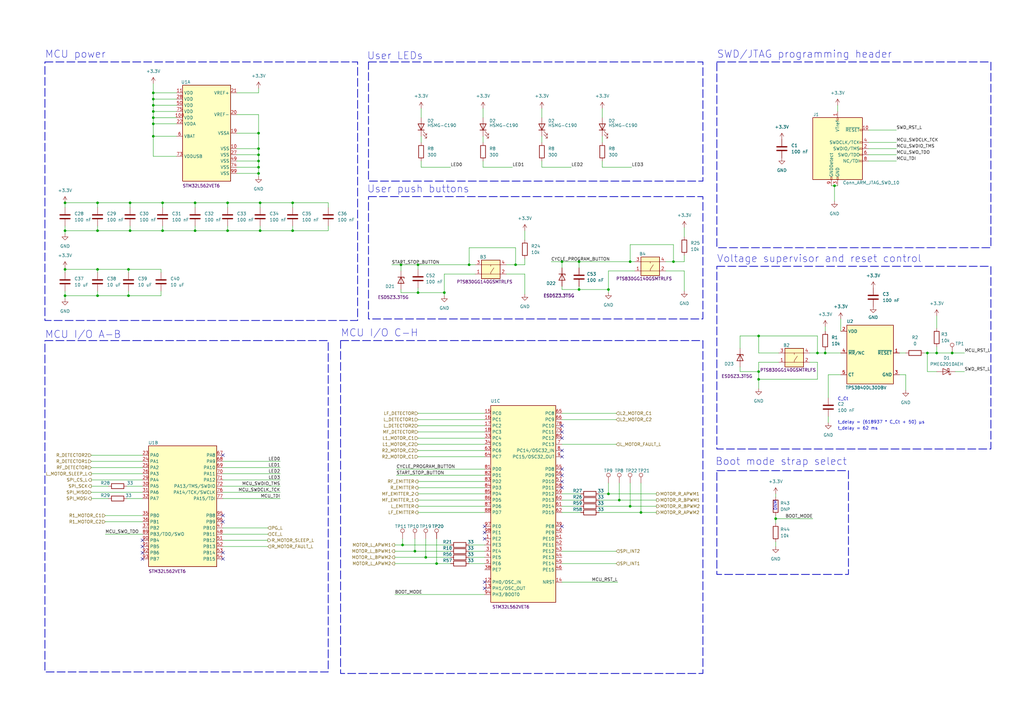
<source format=kicad_sch>
(kicad_sch (version 20230121) (generator eeschema)
  (paper "A3")
  (title_block (title "F-RAT") (date "2023-11-09") (rev "A") (company "Data Respons R&D Services") (comment 1 "Rat division") (comment 2 "Designer: Bendik Husa"))
  (junction (at 80.01 94.615))
  (junction (at 230.505 107.315))
  (junction (at 62.865 38.1))
  (junction (at 174.625 228.6))
  (junction (at 342.265 76.2))
  (junction (at 211.455 108.585))
  (junction (at 171.45 120.015))
  (junction (at 66.675 94.615))
  (junction (at 262.89 210.185))
  (junction (at 311.15 152.4))
  (junction (at 249.555 118.745))
  (junction (at 106.045 60.96))
  (junction (at 106.045 71.12))
  (junction (at 93.345 94.615))
  (junction (at 171.45 108.585))
  (junction (at 52.705 110.49))
  (junction (at 62.865 50.8))
  (junction (at 26.67 83.185))
  (junction (at 53.34 94.615))
  (junction (at 254 205.105))
  (junction (at 120.015 83.185))
  (junction (at 40.005 94.615))
  (junction (at 237.49 107.315))
  (junction (at 80.01 83.185))
  (junction (at 106.045 54.61))
  (junction (at 62.865 45.72))
  (junction (at 237.49 118.745))
  (junction (at 165.1 223.52))
  (junction (at 338.455 144.78))
  (junction (at 170.18 226.06))
  (junction (at 40.005 121.285))
  (junction (at 93.345 83.185))
  (junction (at 26.67 94.615))
  (junction (at 62.865 40.64))
  (junction (at 179.07 231.14))
  (junction (at 106.045 63.5))
  (junction (at 164.465 108.585))
  (junction (at 53.34 83.185))
  (junction (at 335.28 144.78))
  (junction (at 120.015 94.615))
  (junction (at 318.135 212.725))
  (junction (at 258.445 107.315))
  (junction (at 62.865 43.18))
  (junction (at 106.045 68.58))
  (junction (at 380.365 144.78))
  (junction (at 106.045 66.04))
  (junction (at 26.67 110.49))
  (junction (at 384.175 144.78))
  (junction (at 311.15 137.795))
  (junction (at 26.67 121.285))
  (junction (at 192.405 108.585))
  (junction (at 390.525 144.78))
  (junction (at 106.68 94.615))
  (junction (at 258.445 207.645))
  (junction (at 52.705 121.285))
  (junction (at 249.555 202.565))
  (junction (at 311.15 155.575))
  (junction (at 62.865 48.26))
  (junction (at 276.225 107.315))
  (junction (at 66.675 83.185))
  (junction (at 182.245 120.015))
  (junction (at 106.68 83.185))
  (junction (at 40.005 83.185))
  (junction (at 40.005 110.49))
  (junction (at 62.865 55.88))
  (no_connect (at 230.505 177.165))
  (no_connect (at 58.42 221.615))
  (no_connect (at 230.505 215.9))
  (no_connect (at 198.755 220.98))
  (no_connect (at 230.505 179.705))
  (no_connect (at 91.44 211.455))
  (no_connect (at 230.505 197.485))
  (no_connect (at 198.755 241.3))
  (no_connect (at 230.505 174.625))
  (no_connect (at 230.505 194.945))
  (no_connect (at 91.44 229.235))
  (no_connect (at 230.505 184.785))
  (no_connect (at 198.755 238.76))
  (no_connect (at 230.505 192.405))
  (no_connect (at 58.42 229.235))
  (no_connect (at 91.44 186.69))
  (no_connect (at 198.755 218.44))
  (no_connect (at 230.505 187.325))
  (no_connect (at 58.42 226.695))
  (no_connect (at 91.44 213.995))
  (no_connect (at 198.755 215.9))
  (no_connect (at 230.505 200.025))
  (no_connect (at 58.42 224.155))
  (no_connect (at 91.44 226.695))
  (wire (pts (xy 97.155 66.04) (xy 106.045 66.04)))
  (wire (pts (xy 318.135 222.25) (xy 318.135 224.155)))
  (wire (pts (xy 384.175 144.78) (xy 390.525 144.78)))
  (wire (pts (xy 207.645 108.585) (xy 211.455 108.585)))
  (wire (pts (xy 53.34 85.09) (xy 53.34 83.185)))
  (wire (pts (xy 338.455 143.51) (xy 338.455 144.78)))
  (wire (pts (xy 318.135 202.565) (xy 318.135 203.835)))
  (wire (pts (xy 62.865 40.64) (xy 62.865 43.18)))
  (wire (pts (xy 215.265 94.615) (xy 215.265 98.425)))
  (wire (pts (xy 91.44 189.23) (xy 114.935 189.23)))
  (wire (pts (xy 26.67 92.71) (xy 26.67 94.615)))
  (wire (pts (xy 356.235 63.5) (xy 367.665 63.5)))
  (wire (pts (xy 164.465 118.745) (xy 164.465 120.015)))
  (wire (pts (xy 93.345 83.185) (xy 80.01 83.185)))
  (wire (pts (xy 258.445 107.315) (xy 260.35 107.315)))
  (wire (pts (xy 198.12 68.58) (xy 210.185 68.58)))
  (wire (pts (xy 249.555 202.565) (xy 269.24 202.565)))
  (wire (pts (xy 249.555 118.745) (xy 249.555 120.015)))
  (wire (pts (xy 171.45 108.585) (xy 171.45 110.49)))
  (wire (pts (xy 198.12 66.04) (xy 198.12 68.58)))
  (wire (pts (xy 72.39 64.135) (xy 62.865 64.135)))
  (wire (pts (xy 311.15 148.59) (xy 319.405 148.59)))
  (wire (pts (xy 254 198.12) (xy 254 205.105)))
  (wire (pts (xy 230.505 107.315) (xy 230.505 109.855)))
  (wire (pts (xy 37.465 186.69) (xy 58.42 186.69)))
  (wire (pts (xy 335.28 144.78) (xy 338.455 144.78)))
  (wire (pts (xy 37.465 194.31) (xy 58.42 194.31)))
  (wire (pts (xy 311.15 152.4) (xy 311.15 155.575)))
  (wire (pts (xy 53.34 83.185) (xy 66.675 83.185)))
  (wire (pts (xy 253.365 238.76) (xy 230.505 238.76)))
  (wire (pts (xy 161.925 226.06) (xy 170.18 226.06)))
  (wire (pts (xy 62.865 45.72) (xy 62.865 48.26)))
  (wire (pts (xy 311.15 152.4) (xy 303.53 152.4)))
  (wire (pts (xy 171.45 169.545) (xy 198.755 169.545)))
  (wire (pts (xy 40.005 110.49) (xy 26.67 110.49)))
  (wire (pts (xy 106.68 85.09) (xy 106.68 83.185)))
  (wire (pts (xy 247.015 48.26) (xy 247.015 44.45)))
  (wire (pts (xy 26.67 121.285) (xy 26.67 122.555)))
  (wire (pts (xy 384.175 142.24) (xy 384.175 144.78)))
  (wire (pts (xy 237.49 117.475) (xy 237.49 118.745)))
  (wire (pts (xy 215.265 106.045) (xy 215.265 108.585)))
  (wire (pts (xy 262.89 210.185) (xy 269.24 210.185)))
  (wire (pts (xy 368.935 153.67) (xy 371.475 153.67)))
  (wire (pts (xy 237.49 118.745) (xy 249.555 118.745)))
  (wire (pts (xy 91.44 196.85) (xy 114.935 196.85)))
  (wire (pts (xy 26.67 94.615) (xy 40.005 94.615)))
  (wire (pts (xy 171.45 120.015) (xy 171.45 118.11)))
  (wire (pts (xy 384.175 129.54) (xy 384.175 134.62)))
  (wire (pts (xy 40.005 94.615) (xy 53.34 94.615)))
  (wire (pts (xy 342.265 82.55) (xy 342.265 76.2)))
  (wire (pts (xy 91.44 221.615) (xy 109.855 221.615)))
  (wire (pts (xy 53.34 92.71) (xy 53.34 94.615)))
  (wire (pts (xy 114.935 204.47) (xy 91.44 204.47)))
  (wire (pts (xy 134.62 83.185) (xy 120.015 83.185)))
  (wire (pts (xy 52.705 110.49) (xy 66.04 110.49)))
  (wire (pts (xy 198.12 55.88) (xy 198.12 58.42)))
  (wire (pts (xy 106.045 63.5) (xy 106.045 66.04)))
  (wire (pts (xy 97.155 71.12) (xy 106.045 71.12)))
  (wire (pts (xy 171.45 172.085) (xy 198.755 172.085)))
  (wire (pts (xy 114.935 199.39) (xy 91.44 199.39)))
  (wire (pts (xy 318.135 211.455) (xy 318.135 212.725)))
  (wire (pts (xy 230.505 226.06) (xy 252.73 226.06)))
  (wire (pts (xy 222.25 68.58) (xy 234.315 68.58)))
  (wire (pts (xy 62.865 45.72) (xy 72.39 45.72)))
  (wire (pts (xy 120.015 92.71) (xy 120.015 94.615)))
  (wire (pts (xy 311.15 148.59) (xy 311.15 152.4)))
  (wire (pts (xy 192.405 108.585) (xy 194.945 108.585)))
  (wire (pts (xy 26.67 94.615) (xy 26.67 95.885)))
  (wire (pts (xy 97.155 46.99) (xy 106.045 46.99)))
  (wire (pts (xy 245.745 202.565) (xy 249.555 202.565)))
  (wire (pts (xy 254 205.105) (xy 269.24 205.105)))
  (wire (pts (xy 62.865 64.135) (xy 62.865 55.88)))
  (wire (pts (xy 165.1 223.52) (xy 184.785 223.52)))
  (wire (pts (xy 72.39 48.26) (xy 62.865 48.26)))
  (wire (pts (xy 311.15 144.78) (xy 319.405 144.78)))
  (wire (pts (xy 356.235 66.04) (xy 367.665 66.04)))
  (wire (pts (xy 211.455 108.585) (xy 211.455 101.6)))
  (wire (pts (xy 171.45 202.565) (xy 198.755 202.565)))
  (wire (pts (xy 258.445 207.645) (xy 269.24 207.645)))
  (wire (pts (xy 62.865 38.1) (xy 72.39 38.1)))
  (wire (pts (xy 171.45 210.185) (xy 198.755 210.185)))
  (wire (pts (xy 91.44 194.31) (xy 114.935 194.31)))
  (wire (pts (xy 380.365 144.78) (xy 384.175 144.78)))
  (wire (pts (xy 343.535 43.18) (xy 343.535 45.72)))
  (wire (pts (xy 276.225 107.315) (xy 276.225 100.33)))
  (wire (pts (xy 379.095 144.78) (xy 380.365 144.78)))
  (wire (pts (xy 161.925 228.6) (xy 174.625 228.6)))
  (wire (pts (xy 344.805 135.89) (xy 344.805 130.81)))
  (wire (pts (xy 62.865 43.18) (xy 72.39 43.18)))
  (wire (pts (xy 91.44 219.075) (xy 109.855 219.075)))
  (wire (pts (xy 368.935 144.78) (xy 371.475 144.78)))
  (wire (pts (xy 179.07 220.98) (xy 179.07 231.14)))
  (wire (pts (xy 182.245 120.015) (xy 182.245 121.285)))
  (wire (pts (xy 342.265 76.2) (xy 343.535 76.2)))
  (wire (pts (xy 106.045 38.1) (xy 106.045 36.195)))
  (wire (pts (xy 43.18 219.075) (xy 58.42 219.075)))
  (wire (pts (xy 37.465 201.93) (xy 58.42 201.93)))
  (wire (pts (xy 171.45 205.105) (xy 198.755 205.105)))
  (wire (pts (xy 276.225 107.315) (xy 280.67 107.315)))
  (wire (pts (xy 62.865 38.1) (xy 62.865 34.29)))
  (wire (pts (xy 62.865 40.64) (xy 72.39 40.64)))
  (wire (pts (xy 339.725 170.815) (xy 339.725 173.355)))
  (wire (pts (xy 172.72 68.58) (xy 184.785 68.58)))
  (wire (pts (xy 226.06 107.315) (xy 230.505 107.315)))
  (wire (pts (xy 40.005 92.71) (xy 40.005 94.615)))
  (wire (pts (xy 26.67 83.185) (xy 26.67 85.09)))
  (wire (pts (xy 170.18 226.06) (xy 184.785 226.06)))
  (wire (pts (xy 303.53 137.795) (xy 311.15 137.795)))
  (wire (pts (xy 171.45 179.705) (xy 198.755 179.705)))
  (wire (pts (xy 245.745 205.105) (xy 254 205.105)))
  (wire (pts (xy 62.865 50.8) (xy 62.865 48.26)))
  (wire (pts (xy 230.505 117.475) (xy 230.505 118.745)))
  (wire (pts (xy 258.445 100.33) (xy 258.445 107.315)))
  (wire (pts (xy 37.465 189.23) (xy 58.42 189.23)))
  (wire (pts (xy 43.18 213.995) (xy 58.42 213.995)))
  (wire (pts (xy 162.56 192.405) (xy 198.755 192.405)))
  (wire (pts (xy 303.53 142.875) (xy 303.53 137.795)))
  (wire (pts (xy 120.015 83.185) (xy 106.68 83.185)))
  (wire (pts (xy 260.35 111.125) (xy 249.555 111.125)))
  (wire (pts (xy 53.34 94.615) (xy 66.675 94.615)))
  (wire (pts (xy 344.805 153.67) (xy 339.725 153.67)))
  (wire (pts (xy 247.015 66.04) (xy 247.015 68.58)))
  (wire (pts (xy 52.705 110.49) (xy 40.005 110.49)))
  (wire (pts (xy 230.505 172.085) (xy 252.73 172.085)))
  (wire (pts (xy 338.455 144.78) (xy 344.805 144.78)))
  (wire (pts (xy 40.005 111.76) (xy 40.005 110.49)))
  (wire (pts (xy 171.45 108.585) (xy 192.405 108.585)))
  (wire (pts (xy 215.265 112.395) (xy 207.645 112.395)))
  (wire (pts (xy 249.555 198.12) (xy 249.555 202.565)))
  (wire (pts (xy 390.525 144.78) (xy 395.605 144.78)))
  (wire (pts (xy 26.67 110.49) (xy 26.67 111.76)))
  (wire (pts (xy 171.45 184.785) (xy 198.755 184.785)))
  (wire (pts (xy 26.67 119.38) (xy 26.67 121.285)))
  (wire (pts (xy 43.18 211.455) (xy 58.42 211.455)))
  (wire (pts (xy 170.18 226.06) (xy 170.18 220.98)))
  (wire (pts (xy 93.345 85.09) (xy 93.345 83.185)))
  (wire (pts (xy 215.265 120.65) (xy 215.265 112.395)))
  (wire (pts (xy 395.605 152.4) (xy 391.795 152.4)))
  (wire (pts (xy 237.49 107.315) (xy 237.49 109.855)))
  (wire (pts (xy 311.15 144.78) (xy 311.15 137.795)))
  (wire (pts (xy 172.72 48.26) (xy 172.72 44.45)))
  (wire (pts (xy 318.135 212.725) (xy 318.135 214.63)))
  (wire (pts (xy 97.155 63.5) (xy 106.045 63.5)))
  (wire (pts (xy 66.04 111.76) (xy 66.04 110.49)))
  (wire (pts (xy 198.755 226.06) (xy 192.405 226.06)))
  (wire (pts (xy 106.045 54.61) (xy 106.045 60.96)))
  (wire (pts (xy 52.07 199.39) (xy 58.42 199.39)))
  (wire (pts (xy 245.745 210.185) (xy 262.89 210.185)))
  (wire (pts (xy 66.04 121.285) (xy 52.705 121.285)))
  (wire (pts (xy 93.345 92.71) (xy 93.345 94.615)))
  (wire (pts (xy 120.015 85.09) (xy 120.015 83.185)))
  (wire (pts (xy 276.225 100.33) (xy 258.445 100.33)))
  (wire (pts (xy 339.725 153.67) (xy 339.725 163.195)))
  (wire (pts (xy 247.015 68.58) (xy 259.08 68.58)))
  (wire (pts (xy 164.465 108.585) (xy 164.465 111.125)))
  (wire (pts (xy 356.235 58.42) (xy 367.665 58.42)))
  (wire (pts (xy 230.505 169.545) (xy 252.73 169.545)))
  (wire (pts (xy 106.68 83.185) (xy 93.345 83.185)))
  (wire (pts (xy 311.15 137.795) (xy 335.28 137.795)))
  (wire (pts (xy 106.68 94.615) (xy 93.345 94.615)))
  (wire (pts (xy 44.45 199.39) (xy 37.465 199.39)))
  (wire (pts (xy 172.72 66.04) (xy 172.72 68.58)))
  (wire (pts (xy 280.67 104.775) (xy 280.67 107.315)))
  (wire (pts (xy 26.67 83.185) (xy 40.005 83.185)))
  (wire (pts (xy 247.015 55.88) (xy 247.015 58.42)))
  (wire (pts (xy 179.07 231.14) (xy 184.785 231.14)))
  (wire (pts (xy 164.465 120.015) (xy 171.45 120.015)))
  (wire (pts (xy 52.705 119.38) (xy 52.705 121.285)))
  (wire (pts (xy 80.01 92.71) (xy 80.01 94.615)))
  (wire (pts (xy 52.705 111.76) (xy 52.705 110.49)))
  (wire (pts (xy 80.01 83.185) (xy 66.675 83.185)))
  (wire (pts (xy 211.455 101.6) (xy 192.405 101.6)))
  (wire (pts (xy 230.505 118.745) (xy 237.49 118.745)))
  (wire (pts (xy 91.44 224.155) (xy 109.855 224.155)))
  (wire (pts (xy 258.445 198.12) (xy 258.445 207.645)))
  (wire (pts (xy 161.925 223.52) (xy 165.1 223.52)))
  (wire (pts (xy 106.045 71.12) (xy 106.045 72.39)))
  (wire (pts (xy 134.62 85.09) (xy 134.62 83.185)))
  (wire (pts (xy 106.045 66.04) (xy 106.045 68.58)))
  (wire (pts (xy 172.72 55.88) (xy 172.72 58.42)))
  (wire (pts (xy 106.045 60.96) (xy 106.045 63.5)))
  (wire (pts (xy 52.705 121.285) (xy 40.005 121.285)))
  (wire (pts (xy 165.1 223.52) (xy 165.1 220.98)))
  (wire (pts (xy 211.455 108.585) (xy 215.265 108.585)))
  (wire (pts (xy 80.01 94.615) (xy 66.675 94.615)))
  (wire (pts (xy 80.01 85.09) (xy 80.01 83.185)))
  (wire (pts (xy 97.155 38.1) (xy 106.045 38.1)))
  (wire (pts (xy 198.12 48.26) (xy 198.12 44.45)))
  (wire (pts (xy 198.755 223.52) (xy 192.405 223.52)))
  (wire (pts (xy 40.005 119.38) (xy 40.005 121.285)))
  (wire (pts (xy 380.365 144.78) (xy 380.365 152.4)))
  (wire (pts (xy 245.745 207.645) (xy 258.445 207.645)))
  (wire (pts (xy 318.135 212.725) (xy 333.375 212.725)))
  (wire (pts (xy 40.005 121.285) (xy 26.67 121.285)))
  (wire (pts (xy 182.245 112.395) (xy 182.245 120.015)))
  (wire (pts (xy 72.39 55.88) (xy 62.865 55.88)))
  (wire (pts (xy 97.155 54.61) (xy 106.045 54.61)))
  (wire (pts (xy 62.865 43.18) (xy 62.865 45.72)))
  (wire (pts (xy 120.015 94.615) (xy 134.62 94.615)))
  (wire (pts (xy 356.235 60.96) (xy 367.665 60.96)))
  (wire (pts (xy 26.67 109.855) (xy 26.67 110.49)))
  (wire (pts (xy 40.005 85.09) (xy 40.005 83.185)))
  (wire (pts (xy 311.15 155.575) (xy 311.15 159.385)))
  (wire (pts (xy 230.505 107.315) (xy 237.49 107.315)))
  (wire (pts (xy 198.755 243.84) (xy 161.925 243.84)))
  (wire (pts (xy 80.01 94.615) (xy 93.345 94.615)))
  (wire (pts (xy 66.675 85.09) (xy 66.675 83.185)))
  (wire (pts (xy 340.995 76.2) (xy 342.265 76.2)))
  (wire (pts (xy 66.04 119.38) (xy 66.04 121.285)))
  (wire (pts (xy 237.49 107.315) (xy 258.445 107.315)))
  (wire (pts (xy 97.155 60.96) (xy 106.045 60.96)))
  (wire (pts (xy 160.655 108.585) (xy 164.465 108.585)))
  (wire (pts (xy 161.925 231.14) (xy 179.07 231.14)))
  (wire (pts (xy 171.45 174.625) (xy 198.755 174.625)))
  (wire (pts (xy 230.505 210.185) (xy 238.125 210.185)))
  (wire (pts (xy 280.67 119.38) (xy 280.67 111.125)))
  (wire (pts (xy 222.25 48.26) (xy 222.25 44.45)))
  (wire (pts (xy 171.45 207.645) (xy 198.755 207.645)))
  (wire (pts (xy 198.755 231.14) (xy 192.405 231.14)))
  (wire (pts (xy 91.44 191.77) (xy 114.935 191.77)))
  (wire (pts (xy 335.28 148.59) (xy 335.28 155.575)))
  (wire (pts (xy 230.505 205.105) (xy 238.125 205.105)))
  (wire (pts (xy 273.05 107.315) (xy 276.225 107.315)))
  (wire (pts (xy 174.625 228.6) (xy 184.785 228.6)))
  (wire (pts (xy 106.68 92.71) (xy 106.68 94.615)))
  (wire (pts (xy 303.53 152.4) (xy 303.53 150.495)))
  (wire (pts (xy 171.45 177.165) (xy 198.755 177.165)))
  (wire (pts (xy 338.455 133.985) (xy 338.455 135.89)))
  (wire (pts (xy 280.67 93.345) (xy 280.67 97.155)))
  (wire (pts (xy 106.045 46.99) (xy 106.045 54.61)))
  (wire (pts (xy 106.68 94.615) (xy 120.015 94.615)))
  (wire (pts (xy 62.865 50.8) (xy 62.865 55.88)))
  (wire (pts (xy 66.675 92.71) (xy 66.675 94.615)))
  (wire (pts (xy 37.465 191.77) (xy 58.42 191.77)))
  (wire (pts (xy 53.34 83.185) (xy 40.005 83.185)))
  (wire (pts (xy 171.45 187.325) (xy 198.755 187.325)))
  (wire (pts (xy 91.44 201.93) (xy 114.935 201.93)))
  (wire (pts (xy 280.67 111.125) (xy 273.05 111.125)))
  (wire (pts (xy 192.405 101.6) (xy 192.405 108.585)))
  (wire (pts (xy 171.45 197.485) (xy 198.755 197.485)))
  (wire (pts (xy 97.155 68.58) (xy 106.045 68.58)))
  (wire (pts (xy 335.28 137.795) (xy 335.28 144.78)))
  (wire (pts (xy 222.25 66.04) (xy 222.25 68.58)))
  (wire (pts (xy 171.45 120.015) (xy 182.245 120.015)))
  (wire (pts (xy 171.45 182.245) (xy 198.755 182.245)))
  (wire (pts (xy 335.28 148.59) (xy 332.105 148.59)))
  (wire (pts (xy 230.505 231.14) (xy 252.73 231.14)))
  (wire (pts (xy 238.125 202.565) (xy 230.505 202.565)))
  (wire (pts (xy 262.89 198.12) (xy 262.89 210.185)))
  (wire (pts (xy 91.44 216.535) (xy 109.855 216.535)))
  (wire (pts (xy 194.945 112.395) (xy 182.245 112.395)))
  (wire (pts (xy 164.465 108.585) (xy 171.45 108.585)))
  (wire (pts (xy 62.865 50.8) (xy 72.39 50.8)))
  (wire (pts (xy 249.555 111.125) (xy 249.555 118.745)))
  (wire (pts (xy 356.235 53.34) (xy 367.665 53.34)))
  (wire (pts (xy 174.625 220.98) (xy 174.625 228.6)))
  (wire (pts (xy 44.45 204.47) (xy 37.465 204.47)))
  (wire (pts (xy 162.56 194.945) (xy 198.755 194.945)))
  (wire (pts (xy 371.475 153.67) (xy 371.475 160.02)))
  (wire (pts (xy 222.25 55.88) (xy 222.25 58.42)))
  (wire (pts (xy 230.505 182.245) (xy 252.73 182.245)))
  (wire (pts (xy 37.465 196.85) (xy 58.42 196.85)))
  (wire (pts (xy 335.28 155.575) (xy 311.15 155.575)))
  (wire (pts (xy 171.45 200.025) (xy 198.755 200.025)))
  (wire (pts (xy 106.045 68.58) (xy 106.045 71.12)))
  (wire (pts (xy 380.365 152.4) (xy 384.175 152.4)))
  (wire (pts (xy 52.07 204.47) (xy 58.42 204.47)))
  (wire (pts (xy 134.62 92.71) (xy 134.62 94.615)))
  (wire (pts (xy 198.755 228.6) (xy 192.405 228.6)))
  (wire (pts (xy 332.105 144.78) (xy 335.28 144.78)))
  (wire (pts (xy 62.865 40.64) (xy 62.865 38.1)))
  (wire (pts (xy 238.125 207.645) (xy 230.505 207.645)))
  (rectangle (start 294.005 193.04) (end 347.98 235.585) (stroke (width 0.3) (type dash)))
  (rectangle (start 294.005 25.4) (end 406.4 101.6) (stroke (width 0.3) (type dash)))
  (rectangle (start 151.13 25.4) (end 288.29 74.295) (stroke (width 0.3) (type dash)))
  (rectangle (start 151.13 80.645) (end 288.29 130.81) (stroke (width 0.3) (type dash)))
  (rectangle (start 139.7 139.7) (end 288.29 276.225) (stroke (width 0.3) (type dash)))
  (rectangle (start 294.005 109.22) (end 406.4 184.15) (stroke (width 0.3) (type dash)))
  (rectangle (start 18.415 139.7) (end 134.62 275.59) (stroke (width 0.3) (type dash)))
  (rectangle (start 18.415 25.4) (end 146.685 131.445) (stroke (width 0.3) (type dash)))
  (text "Boot mode strap select" (at 293.37 191.135 0) (effects (font (size 3 3)) (justify left bottom)))
  (text "SWD/JTAG programming header" (at 294.005 24.13 0) (effects (font (size 3 3)) (justify left bottom)))
  (text "Voltage supervisor and reset control\n" (at 294.005 107.95 0) (effects (font (size 3 3)) (justify left bottom)))
  (text "DNM" (at 318.77 209.55 90) (effects (font (size 1.27 1.27)) (justify left bottom)))
  (text "User LEDs" (at 150.495 24.765 0) (effects (font (size 3 3)) (justify left bottom)))
  (text "C_Ct" (at 343.535 164.465 0) (effects (font (size 1.27 1.27)) (justify left bottom)))
  (text "t_delay = 62 ms" (at 343.535 176.53 0) (effects (font (size 1.27 1.27)) (justify left bottom)))
  (text "User push buttons" (at 150.495 79.375 0) (effects (font (size 3 3)) (justify left bottom)))
  (text "MCU I/O C-H\n" (at 139.7 138.43 0) (effects (font (size 3 3)) (justify left bottom)))
  (text "t_delay = (618937 * C_Ct + 50) μs" (at 343.535 173.99 0) (effects (font (size 1.27 1.27)) (justify left bottom)))
  (text "MCU power" (at 18.415 24.13 0) (effects (font (size 3 3)) (justify left bottom)))
  (text "MCU I/O A-B" (at 18.415 139.065 0) (effects (font (size 3 3)) (justify left bottom)))
  (label "LED0" (at 184.785 68.58 0))
  (label "SWD_RST_L" (at 395.605 152.4 0))
  (label "MCU_TDI" (at 114.935 204.47 180))
  (label "MCU_SWDCLK_TCK" (at 114.935 201.93 180))
  (label "SWD_RST_L" (at 367.665 53.34 0))
  (label "MCU_SWDIO_TMS" (at 114.935 199.39 180))
  (label "LED3" (at 259.08 68.58 0))
  (label "LED2" (at 114.935 194.31 180))
  (label "LED1" (at 114.935 191.77 180))
  (label "LED3" (at 114.935 196.85 180))
  (label "MCU_SWO_TDO" (at 367.665 63.5 0))
  (label "BOOT_MODE" (at 161.925 243.84 0))
  (label "MCU_SWO_TDO" (at 43.18 219.075 0))
  (label "MCU_RST_L" (at 253.365 238.76 180))
  (label "LED2" (at 234.315 68.58 0))
  (label "BOOT_MODE" (at 333.375 212.725 180))
  (label "START_STOP_BUTTON" (at 160.655 108.585 0))
  (label "CYCLE_PROGRAM_BUTTON" (at 226.06 107.315 0))
  (label "START_STOP_BUTTON" (at 162.56 194.945 0))
  (label "CYCLE_PROGRAM_BUTTON" (at 162.56 192.405 0))
  (label "MCU_SWDIO_TMS" (at 367.665 60.96 0))
  (label "MCU_RST_L" (at 395.605 144.78 0))
  (label "MCU_TDI" (at 367.665 66.04 0))
  (label "LED0" (at 114.935 189.23 180))
  (label "MCU_SWDCLK_TCK" (at 367.665 58.42 0))
  (label "LED1" (at 210.185 68.58 0))
  (hierarchical_label "MF_EMITTER_2" (shape output) (at 171.45 202.565 180))
  (hierarchical_label "LF_EMITTER" (shape output) (at 171.45 210.185 180))
  (hierarchical_label "R_EMITTER" (shape output) (at 171.45 200.025 180))
  (hierarchical_label "MF_EMITTER_1" (shape output) (at 171.45 205.105 180))
  (hierarchical_label "R_MOTOR_SLEEP_L" (shape output) (at 109.855 221.615 0))
  (hierarchical_label "L1_MOTOR_C2" (shape input) (at 171.45 182.245 180))
  (hierarchical_label "SPI_INT1" (shape input) (at 252.73 231.14 0))
  (hierarchical_label "PG_L" (shape input) (at 109.855 216.535 0))
  (hierarchical_label "R_DETECTOR2" (shape input) (at 37.465 186.69 180))
  (hierarchical_label "SPI_MOSI" (shape output) (at 37.465 204.47 180))
  (hierarchical_label "MOTOR_R_APWM1" (shape output) (at 269.24 202.565 0))
  (hierarchical_label "L_MOTOR_FAULT_L" (shape input) (at 252.73 182.245 0))
  (hierarchical_label "R1_MOTOR_C2" (shape input) (at 43.18 213.995 180))
  (hierarchical_label "SPI_MISO" (shape input) (at 37.465 201.93 180))
  (hierarchical_label "LF_DETECTOR" (shape input) (at 171.45 169.545 180))
  (hierarchical_label "R2_MOTOR_C1" (shape input) (at 171.45 187.325 180))
  (hierarchical_label "R_DETECTOR1" (shape input) (at 37.465 189.23 180))
  (hierarchical_label "L2_MOTOR_C2" (shape input) (at 252.73 172.085 0))
  (hierarchical_label "L2_MOTOR_C1" (shape input) (at 252.73 169.545 0))
  (hierarchical_label "R2_MOTOR_C2" (shape input) (at 171.45 184.785 180))
  (hierarchical_label "MOTOR_R_BPWM1" (shape output) (at 269.24 205.105 0))
  (hierarchical_label "L1_MOTOR_C1" (shape input) (at 171.45 179.705 180))
  (hierarchical_label "RF_EMITTER" (shape output) (at 171.45 197.485 180))
  (hierarchical_label "RF_DETECTOR" (shape input) (at 37.465 191.77 180))
  (hierarchical_label "CE_L" (shape input) (at 109.855 219.075 0))
  (hierarchical_label "MOTOR_L_APWM1" (shape output) (at 161.925 223.52 180))
  (hierarchical_label "L_EMITTER" (shape output) (at 171.45 207.645 180))
  (hierarchical_label "MOTOR_L_BPWM2" (shape output) (at 161.925 228.6 180))
  (hierarchical_label "SPI_INT2" (shape input) (at 252.73 226.06 0))
  (hierarchical_label "MF_DETECTOR" (shape input) (at 171.45 177.165 180))
  (hierarchical_label "L_DETECTOR1" (shape input) (at 171.45 172.085 180))
  (hierarchical_label "L_DETECTOR2" (shape input) (at 171.45 174.625 180))
  (hierarchical_label "SPI_CS_L" (shape output) (at 37.465 196.85 180))
  (hierarchical_label "L_MOTOR_SLEEP_L" (shape output) (at 37.465 194.31 180))
  (hierarchical_label "MOTOR_R_BPWM2" (shape output) (at 269.24 207.645 0))
  (hierarchical_label "R1_MOTOR_C1" (shape input) (at 43.18 211.455 180))
  (hierarchical_label "MOTOR_L_APWM2" (shape output) (at 161.925 231.14 180))
  (hierarchical_label "MOTOR_L_BPWM1" (shape output) (at 161.925 226.06 180))
  (hierarchical_label "SPI_SCK" (shape output) (at 37.465 199.39 180))
  (hierarchical_label "MOTOR_R_APWM2" (shape output) (at 269.24 210.185 0))
  (hierarchical_label "R_MOTOR_FAULT_L" (shape input) (at 109.855 224.155 0))
  (symbol (lib_id "Device:R") (at 241.935 207.645 90) (unit 1)
    (property "Reference" "R59" (at 236.855 206.375 90))
    (property "Value" "33" (at 246.38 206.375 90))
    (property "Footprint" "Resistor_SMD:R_0603_1608Metric_Pad0.98x0.95mm_HandSolder" (effects hide))
  )
  (symbol (lib_id "Buttons and switches:PTS830GG140GSMTRLFS") (at 262.89 105.41 0) (unit 1)
    (property "Reference" "B4" (at 263.525 104.14 0))
    (property "Value" "PTS830GG140GSMTRLFS" (at 264.16 114.3 0))
    (property "Footprint" "lib:PTS830GG140GSMTRLFS_CNK" (effects hide))
    (property "Part number" "PTS830GG140GSMTRLFS" (at 264.16 114.3 0))
  )
  (symbol (lib_id "Diode:PMEG2010AEH") (at 387.985 152.4 180) (unit 1)
    (property "Reference" "D1" (at 388.3025 146.812 0))
    (property "Value" "PMEG2010AEH" (at 388.3025 149.352 0))
    (property "Footprint" "Diode_SMD:D_SOD-123F" (effects hide))
    (property "Datasheet" "https://assets.nexperia.com/documents/data-sheet/PMEG2010AEH_PMEG2010AET.pdf" (effects hide))
  )
  (symbol (lib_id "IC:TPS3840DL30DBV") (at 344.805 132.08 0) (unit 1)
    (property "Reference" "U2" (at 348.615 131.826 0))
    (property "Value" "TPS3840DL30DBV" (at 355.219 159.004 0))
    (property "Footprint" "Package_TO_SOT_SMD:SOT-23-5_HandSoldering" (effects hide))
    (property "Datasheet" "https://www.ti.com/general/docs/suppproductinfo.tsp?distId=26&gotoUrl=https://www.ti.com/lit/gpn/tps3840" (effects hide))
  )
  (symbol (lib_id "Device:C") (at 26.67 88.9 0) (unit 1)
    (property "Reference" "C28" (at 30.48 87.63 0) (effects (justify left)))
    (property "Value" "100 nF" (at 30.48 90.17 0) (effects (justify left)))
    (property "Footprint" "Capacitor_SMD:C_0603_1608Metric_Pad1.08x0.95mm_HandSolder" (effects hide))
  )
  (symbol (lib_id "Device:C") (at 320.675 60.96 0) (unit 1)
    (property "Reference" "C1" (at 324.485 59.69 0) (effects (justify left)))
    (property "Value" "100 nF" (at 324.485 62.23 0) (effects (justify left)))
    (property "Footprint" "Capacitor_SMD:C_0603_1608Metric_Pad1.08x0.95mm_HandSolder" (effects hide))
  )
  (symbol (lib_id "power:GND") (at 26.67 122.555 0) (unit 1)
    (property "Reference" "#PWR092" (effects hide))
    (property "Value" "GND" (at 26.67 127.635 0))
  )
  (symbol (lib_id "power:GND") (at 339.725 173.355 0) (unit 1)
    (property "Reference" "#PWR08" (effects hide))
    (property "Value" "GND" (at 339.725 178.435 0))
  )
  (symbol (lib_id "Device:R") (at 172.72 62.23 0) (unit 1)
    (property "Reference" "R8" (at 175.26 60.96 0) (effects (justify left)))
    (property "Value" "300" (at 175.26 63.5 0) (effects (justify left)))
    (property "Footprint" "Resistor_SMD:R_0603_1608Metric_Pad0.98x0.95mm_HandSolder" (effects hide))
    (instances (project "frat" (path "" (reference "R8") (unit 1)) (path "" (reference "R19") (unit 1))) (project "frat" (path "" (reference "R8") (unit 1))))
  )
  (symbol (lib_id "Device:R") (at 188.595 231.14 270) (unit 1)
    (property "Reference" "R57" (at 183.515 229.87 90))
    (property "Value" "33" (at 193.04 229.87 90))
    (property "Footprint" "Resistor_SMD:R_0603_1608Metric_Pad0.98x0.95mm_HandSolder" (effects hide))
  )
  (symbol (lib_id "Device:C") (at 106.68 88.9 0) (unit 1)
    (property "Reference" "C34" (at 110.49 87.63 0) (effects (justify left)))
    (property "Value" "100 nF" (at 110.49 90.17 0) (effects (justify left)))
    (property "Footprint" "Capacitor_SMD:C_0603_1608Metric_Pad1.08x0.95mm_HandSolder" (effects hide))
  )
  (symbol (lib_id "power:GND") (at 342.265 82.55 0) (unit 1)
    (property "Reference" "#PWR02" (effects hide))
    (property "Value" "GND" (at 342.265 87.63 0))
  )
  (symbol (lib_id "power:+3.3V") (at 198.12 44.45 0) (unit 1)
    (property "Reference" "#PWR097" (effects hide))
    (property "Value" "+3.3V" (at 198.12 39.37 0))
  )
  (symbol (lib_id "Device:R") (at 247.015 62.23 0) (unit 1)
    (property "Reference" "R8" (at 249.555 60.96 0) (effects (justify left)))
    (property "Value" "300" (at 249.555 63.5 0) (effects (justify left)))
    (property "Footprint" "Resistor_SMD:R_0603_1608Metric_Pad0.98x0.95mm_HandSolder" (effects hide))
    (instances (project "frat" (path "" (reference "R8") (unit 1)) (path "" (reference "R23") (unit 1))) (project "frat" (path "" (reference "R8") (unit 1))))
  )
  (symbol (lib_id "Connector:TestPoint") (at 262.89 198.12 0) (unit 1)
    (property "Reference" "TP21" (at 261.62 193.04 0) (effects (justify left)))
    (property "Value" "TestPoint" (effects hide))
    (property "Footprint" "TestPoint:TestPoint_Pad_D1.0mm" (effects hide))
  )
  (symbol (lib_id "Device:R") (at 241.935 210.185 90) (unit 1)
    (property "Reference" "R58" (at 236.855 208.915 90))
    (property "Value" "33" (at 246.38 208.915 90))
    (property "Footprint" "Resistor_SMD:R_0603_1608Metric_Pad0.98x0.95mm_HandSolder" (effects hide))
  )
  (symbol (lib_id "Device:C") (at 53.34 88.9 0) (unit 1)
    (property "Reference" "C30" (at 57.15 87.63 0) (effects (justify left)))
    (property "Value" "100 nF" (at 57.15 90.17 0) (effects (justify left)))
    (property "Footprint" "Capacitor_SMD:C_0603_1608Metric_Pad1.08x0.95mm_HandSolder" (effects hide))
  )
  (symbol (lib_id "Device:C") (at 134.62 88.9 0) (unit 1)
    (property "Reference" "C36" (at 138.43 87.63 0) (effects (justify left)))
    (property "Value" "100 nF" (at 138.43 90.17 0) (effects (justify left)))
    (property "Footprint" "Capacitor_SMD:C_0603_1608Metric_Pad1.08x0.95mm_HandSolder" (effects hide))
  )
  (symbol (lib_id "Device:C") (at 120.015 88.9 0) (unit 1)
    (property "Reference" "C35" (at 123.825 87.63 0) (effects (justify left)))
    (property "Value" "100 nF" (at 123.825 90.17 0) (effects (justify left)))
    (property "Footprint" "Capacitor_SMD:C_0603_1608Metric_Pad1.08x0.95mm_HandSolder" (effects hide))
  )
  (symbol (lib_id "Device:C") (at 93.345 88.9 0) (unit 1)
    (property "Reference" "C33" (at 97.155 87.63 0) (effects (justify left)))
    (property "Value" "100 nF" (at 97.155 90.17 0) (effects (justify left)))
    (property "Footprint" "Capacitor_SMD:C_0603_1608Metric_Pad1.08x0.95mm_HandSolder" (effects hide))
  )
  (symbol (lib_id "power:+3.3V") (at 384.175 129.54 0) (unit 1)
    (property "Reference" "#PWR010" (effects hide))
    (property "Value" "+3.3V" (at 384.175 124.46 0))
  )
  (symbol (lib_id "Connector:TestPoint") (at 165.1 220.98 0) (unit 1)
    (property "Reference" "TP11" (at 161.925 215.9 0) (effects (justify left)))
    (property "Value" "TestPoint" (effects hide))
    (property "Footprint" "TestPoint:TestPoint_Pad_D1.0mm" (effects hide))
  )
  (symbol (lib_id "Device:C") (at 339.725 167.005 0) (unit 1)
    (property "Reference" "C2" (at 343.535 165.735 0) (effects (justify left)))
    (property "Value" "100 nF" (at 343.535 168.275 0) (effects (justify left)))
    (property "Footprint" "Capacitor_SMD:C_0603_1608Metric_Pad1.08x0.95mm_HandSolder" (effects hide))
  )
  (symbol (lib_id "power:+3.3V") (at 343.535 43.18 0) (unit 1)
    (property "Reference" "#PWR01" (effects hide))
    (property "Value" "+3.3V" (at 343.535 38.1 0))
  )
  (symbol (lib_id "Connector:TestPoint") (at 390.525 144.78 0) (unit 1)
    (property "Reference" "TP1" (at 391.795 140.97 0) (effects (justify left)))
    (property "Value" "TestPoint" (effects hide))
    (property "Footprint" "TestPoint:TestPoint_Pad_D1.0mm" (effects hide))
  )
  (symbol (lib_id "Device:R") (at 241.935 205.105 90) (unit 1)
    (property "Reference" "R26" (at 236.855 203.835 90))
    (property "Value" "33" (at 246.38 203.835 90))
    (property "Footprint" "Resistor_SMD:R_0603_1608Metric_Pad0.98x0.95mm_HandSolder" (effects hide))
  )
  (symbol (lib_id "power:+3.3V") (at 247.015 44.45 0) (unit 1)
    (property "Reference" "#PWR099" (effects hide))
    (property "Value" "+3.3V" (at 247.015 39.37 0))
  )
  (symbol (lib_id "MCU:STM32L562VET6") (at 60.96 181.61 0) (unit 2)
    (property "Reference" "U1" (at 62.865 181.61 0))
    (property "Value" "STM32L562VET6" (at 68.58 234.315 0))
    (property "Footprint" "Package_QFP:LQFP-100_14x14mm_P0.5mm" (effects hide))
    (property "Datasheet" "https://no.mouser.com/datasheet/2/389/stm32l562ce-1851211.pdf" (effects hide))
    (property "Part number" "STM32L562VET6" (at 68.58 234.315 0))
  )
  (symbol (lib_id "LEDs:HSMG-C190") (at 198.12 52.07 90) (unit 1)
    (property "Reference" "D2" (at 200.66 49.53 90) (effects (justify right)))
    (property "Value" "HSMG-C190" (at 200.66 51.435 90) (effects (justify right)))
    (property "Footprint" "LED_SMD:LED_0603_1608Metric_Pad1.05x0.95mm_HandSolder" (effects hide))
    (property "Datasheet" "https://no.mouser.com/datasheet/2/678/AV02_0551EN_DS_HSMx_Cxxx_25Mar2022-1827675.pdf" (effects hide))
    (instances (project "frat" (path "" (reference "D2") (unit 1)) (path "" (reference "D18") (unit 1))) (project "frat" (path "" (reference "D2") (unit 1))))
  )
  (symbol (lib_id "Connector:TestPoint") (at 249.555 198.12 0) (unit 1)
    (property "Reference" "TP9" (at 247.65 193.04 0) (effects (justify left)))
    (property "Value" "TestPoint" (effects hide))
    (property "Footprint" "TestPoint:TestPoint_Pad_D1.0mm" (effects hide))
  )
  (symbol (lib_id "power:GND") (at 358.14 125.73 0) (unit 1)
    (property "Reference" "#PWR013" (effects hide))
    (property "Value" "GND" (at 358.14 130.175 0))
  )
  (symbol (lib_id "power:GND") (at 311.15 159.385 0) (unit 1)
    (property "Reference" "#PWR06" (effects hide))
    (property "Value" "GND" (at 311.15 164.465 0))
  )
  (symbol (lib_id "power:+3.3V") (at 222.25 44.45 0) (unit 1)
    (property "Reference" "#PWR098" (effects hide))
    (property "Value" "+3.3V" (at 222.25 39.37 0))
  )
  (symbol (lib_id "Connector:TestPoint") (at 174.625 220.98 0) (unit 1)
    (property "Reference" "TP19" (at 172.085 215.9 0) (effects (justify left)))
    (property "Value" "TestPoint" (effects hide))
    (property "Footprint" "TestPoint:TestPoint_Pad_D1.0mm" (effects hide))
  )
  (symbol (lib_id "Connector:TestPoint") (at 170.18 220.98 0) (unit 1)
    (property "Reference" "TP10" (at 167.005 215.9 0) (effects (justify left)))
    (property "Value" "TestPoint" (effects hide))
    (property "Footprint" "TestPoint:TestPoint_Pad_D1.0mm" (effects hide))
  )
  (symbol (lib_id "power:+3.3V") (at 62.865 34.29 0) (unit 1)
    (property "Reference" "#PWR011" (effects hide))
    (property "Value" "+3.3V" (at 62.865 29.21 0))
  )
  (symbol (lib_id "Device:R") (at 318.135 218.44 0) (unit 1)
    (property "Reference" "R44" (at 320.04 217.17 0) (effects (justify left)))
    (property "Value" "10k" (at 320.04 219.71 0) (effects (justify left)))
    (property "Footprint" "Resistor_SMD:R_0603_1608Metric_Pad0.98x0.95mm_HandSolder" (effects hide))
  )
  (symbol (lib_id "Device:R") (at 375.285 144.78 90) (unit 1)
    (property "Reference" "R2" (at 375.285 138.43 90))
    (property "Value" "0" (at 375.285 140.97 90))
    (property "Footprint" "Resistor_SMD:R_0603_1608Metric_Pad0.98x0.95mm_HandSolder" (effects hide))
  )
  (symbol (lib_id "power:GND") (at 249.555 120.015 0) (unit 1)
    (property "Reference" "#PWR0105" (effects hide))
    (property "Value" "GND" (at 249.555 125.095 0))
  )
  (symbol (lib_id "power:GND") (at 318.135 224.155 0) (unit 1)
    (property "Reference" "#PWR074" (effects hide))
    (property "Value" "GND" (at 318.135 229.235 0))
  )
  (symbol (lib_id "Device:R") (at 188.595 223.52 270) (unit 1)
    (property "Reference" "R21" (at 183.515 222.25 90))
    (property "Value" "33" (at 193.04 222.25 90))
    (property "Footprint" "Resistor_SMD:R_0603_1608Metric_Pad0.98x0.95mm_HandSolder" (effects hide))
  )
  (symbol (lib_id "Buttons and switches:PTS830GG140GSMTRLFS") (at 321.945 142.875 0) (unit 1)
    (property "Reference" "B2" (at 322.58 141.605 0))
    (property "Value" "PTS830GG140GSMTRLFS" (at 323.215 151.765 0))
    (property "Footprint" "lib:PTS830GG140GSMTRLFS_CNK" (effects hide))
    (property "Part number" "PTS830GG140GSMTRLFS" (at 323.215 151.765 0))
  )
  (symbol (lib_id "Device:R") (at 188.595 228.6 270) (unit 1)
    (property "Reference" "R56" (at 183.515 227.33 90))
    (property "Value" "33" (at 193.04 227.33 90))
    (property "Footprint" "Resistor_SMD:R_0603_1608Metric_Pad0.98x0.95mm_HandSolder" (effects hide))
  )
  (symbol (lib_id "Device:R") (at 222.25 62.23 0) (unit 1)
    (property "Reference" "R8" (at 224.79 60.96 0) (effects (justify left)))
    (property "Value" "300" (at 224.79 63.5 0) (effects (justify left)))
    (property "Footprint" "Resistor_SMD:R_0603_1608Metric_Pad0.98x0.95mm_HandSolder" (effects hide))
    (instances (project "frat" (path "" (reference "R8") (unit 1)) (path "" (reference "R22") (unit 1))) (project "frat" (path "" (reference "R8") (unit 1))))
  )
  (symbol (lib_id "Device:C") (at 26.67 115.57 0) (unit 1)
    (property "Reference" "C37" (at 30.48 114.3 0) (effects (justify left)))
    (property "Value" "10 uF" (at 30.48 116.84 0) (effects (justify left)))
    (property "Footprint" "Capacitor_SMD:C_0603_1608Metric_Pad1.08x0.95mm_HandSolder" (effects hide))
  )
  (symbol (lib_id "Device:C") (at 52.705 115.57 0) (unit 1)
    (property "Reference" "C39" (at 56.515 114.3 0) (effects (justify left)))
    (property "Value" "10 uF" (at 56.515 116.84 0) (effects (justify left)))
    (property "Footprint" "Capacitor_SMD:C_0603_1608Metric_Pad1.08x0.95mm_HandSolder" (effects hide))
  )
  (symbol (lib_id "power:GND") (at 320.675 64.77 0) (unit 1)
    (property "Reference" "#PWR05" (effects hide))
    (property "Value" "GND" (at 320.675 69.85 0))
  )
  (symbol (lib_id "Device:C") (at 66.04 115.57 0) (unit 1)
    (property "Reference" "C40" (at 69.85 114.3 0) (effects (justify left)))
    (property "Value" "10 uF" (at 69.85 116.84 0) (effects (justify left)))
    (property "Footprint" "Capacitor_SMD:C_0603_1608Metric_Pad1.08x0.95mm_HandSolder" (effects hide))
  )
  (symbol (lib_id "Device:R") (at 188.595 226.06 270) (unit 1)
    (property "Reference" "R18" (at 183.515 224.79 90))
    (property "Value" "33" (at 193.04 224.79 90))
    (property "Footprint" "Resistor_SMD:R_0603_1608Metric_Pad0.98x0.95mm_HandSolder" (effects hide))
  )
  (symbol (lib_id "power:+3.3V") (at 358.14 118.11 0) (unit 1)
    (property "Reference" "#PWR012" (effects hide))
    (property "Value" "+3.3V" (at 358.14 113.03 0))
  )
  (symbol (lib_id "LEDs:HSMG-C190") (at 172.72 52.07 90) (unit 1)
    (property "Reference" "D2" (at 175.26 49.53 90) (effects (justify right)))
    (property "Value" "HSMG-C190" (at 175.26 51.435 90) (effects (justify right)))
    (property "Footprint" "LED_SMD:LED_0603_1608Metric_Pad1.05x0.95mm_HandSolder" (effects hide))
    (property "Datasheet" "https://no.mouser.com/datasheet/2/678/AV02_0551EN_DS_HSMx_Cxxx_25Mar2022-1827675.pdf" (effects hide))
    (instances (project "frat" (path "" (reference "D2") (unit 1)) (path "" (reference "D17") (unit 1))) (project "frat" (path "" (reference "D2") (unit 1))))
  )
  (symbol (lib_id "Buttons and switches:PTS830GG140GSMTRLFS") (at 197.485 106.68 0) (unit 1)
    (property "Reference" "B3" (at 198.12 105.41 0))
    (property "Value" "PTS830GG140GSMTRLFS" (at 198.755 115.57 0))
    (property "Footprint" "lib:PTS830GG140GSMTRLFS_CNK" (effects hide))
    (property "Part number" "PTS830GG140GSMTRLFS" (at 198.755 115.57 0))
  )
  (symbol (lib_id "power:+3.3V") (at 215.265 94.615 0) (unit 1)
    (property "Reference" "#PWR0103" (effects hide))
    (property "Value" "+3.3V" (at 215.265 89.535 0))
  )
  (symbol (lib_id "power:GND") (at 26.67 95.885 0) (unit 1)
    (property "Reference" "#PWR090" (effects hide))
    (property "Value" "GND" (at 26.67 100.965 0))
  )
  (symbol (lib_id "Device:R") (at 241.935 202.565 90) (unit 1)
    (property "Reference" "R27" (at 236.855 201.295 90))
    (property "Value" "33" (at 246.38 201.295 90))
    (property "Footprint" "Resistor_SMD:R_0603_1608Metric_Pad0.98x0.95mm_HandSolder" (effects hide))
  )
  (symbol (lib_id "Device:C") (at 237.49 113.665 0) (unit 1)
    (property "Reference" "C53" (at 240.665 112.395 0) (effects (justify left)))
    (property "Value" "100 nF" (at 240.665 114.935 0) (effects (justify left)))
    (property "Footprint" "Capacitor_SMD:C_0603_1608Metric_Pad1.08x0.95mm_HandSolder" (effects hide))
  )
  (symbol (lib_id "power:+3.3V") (at 344.805 130.81 0) (unit 1)
    (property "Reference" "#PWR0104" (effects hide))
    (property "Value" "+3.3V" (at 344.805 125.73 0))
  )
  (symbol (lib_id "Device:C") (at 80.01 88.9 0) (unit 1)
    (property "Reference" "C32" (at 83.82 87.63 0) (effects (justify left)))
    (property "Value" "100 nF" (at 83.82 90.17 0) (effects (justify left)))
    (property "Footprint" "Capacitor_SMD:C_0603_1608Metric_Pad1.08x0.95mm_HandSolder" (effects hide))
  )
  (symbol (lib_id "power:+3.3V") (at 318.135 202.565 0) (unit 1)
    (property "Reference" "#PWR073" (effects hide))
    (property "Value" "+3.3V" (at 318.135 197.485 0))
  )
  (symbol (lib_id "power:GND") (at 182.245 121.285 0) (unit 1)
    (property "Reference" "#PWR0107" (effects hide))
    (property "Value" "GND" (at 182.245 126.365 0))
  )
  (symbol (lib_id "MCU:STM32L562VET6") (at 74.93 33.655 0) (unit 1)
    (property "Reference" "U1" (at 76.2 33.655 0))
    (property "Value" "STM32L562VET6" (at 82.55 76.2 0))
    (property "Footprint" "Package_QFP:LQFP-100_14x14mm_P0.5mm" (effects hide))
    (property "Datasheet" "https://no.mouser.com/datasheet/2/389/stm32l562ce-1851211.pdf" (effects hide))
    (property "Part number" "STM32L562VET6" (at 82.55 76.2 0))
  )
  (symbol (lib_id "MCU:STM32L562VET6") (at 201.295 165.1 0) (unit 3)
    (property "Reference" "U1" (at 203.2 164.465 0))
    (property "Value" "STM32L562VET6" (at 209.55 248.92 0))
    (property "Footprint" "Package_QFP:LQFP-100_14x14mm_P0.5mm" (effects hide))
    (property "Datasheet" "https://no.mouser.com/datasheet/2/389/stm32l562ce-1851211.pdf" (effects hide))
    (property "Part number" "STM32L562VET6" (at 209.55 248.92 0))
  )
  (symbol (lib_id "Device:R") (at 384.175 138.43 0) (unit 1)
    (property "Reference" "R3" (at 385.953 137.16 0) (effects (justify left)))
    (property "Value" "10k" (at 385.953 139.7 0) (effects (justify left)))
    (property "Footprint" "Resistor_SMD:R_0603_1608Metric_Pad0.98x0.95mm_HandSolder" (effects hide))
  )
  (symbol (lib_id "Device:R") (at 48.26 204.47 270) (unit 1)
    (property "Reference" "R29" (at 43.18 203.2 90))
    (property "Value" "33" (at 52.705 203.2 90))
    (property "Footprint" "Resistor_SMD:R_0603_1608Metric_Pad0.98x0.95mm_HandSolder" (effects hide))
  )
  (symbol (lib_id "power:+3.3V") (at 338.455 133.985 0) (unit 1)
    (property "Reference" "#PWR07" (effects hide))
    (property "Value" "+3.3V" (at 338.455 128.905 0))
  )
  (symbol (lib_id "Device:C") (at 66.675 88.9 0) (unit 1)
    (property "Reference" "C31" (at 70.485 87.63 0) (effects (justify left)))
    (property "Value" "100 nF" (at 70.485 90.17 0) (effects (justify left)))
    (property "Footprint" "Capacitor_SMD:C_0603_1608Metric_Pad1.08x0.95mm_HandSolder" (effects hide))
  )
  (symbol (lib_id "Diodes:ESD5Z3.3T5G") (at 303.53 146.685 270) (unit 1)
    (property "Reference" "D23" (at 300.99 149.225 90) (effects (justify right)))
    (property "Value" "ESD5Z3.3T5G" (at 308.61 154.305 90) (effects (justify right)))
    (property "Footprint" "Diode_SMD:D_SOD-523" (effects hide))
    (property "Part number" "ESD5Z3.3T5G" (at 308.61 154.305 90) (effects (justify right)))
  )
  (symbol (lib_id "Device:R") (at 338.455 139.7 0) (unit 1)
    (property "Reference" "R1" (at 340.995 138.43 0) (effects (justify left)))
    (property "Value" "10k" (at 340.995 140.97 0) (effects (justify left)))
    (property "Footprint" "Resistor_SMD:R_0603_1608Metric_Pad0.98x0.95mm_HandSolder" (effects hide))
  )
  (symbol (lib_id "power:GND") (at 215.265 120.65 0) (unit 1)
    (property "Reference" "#PWR0106" (effects hide))
    (property "Value" "GND" (at 215.265 125.73 0))
  )
  (symbol (lib_id "Device:C") (at 40.005 115.57 0) (unit 1)
    (property "Reference" "C38" (at 43.815 114.3 0) (effects (justify left)))
    (property "Value" "10 uF" (at 43.815 116.84 0) (effects (justify left)))
    (property "Footprint" "Capacitor_SMD:C_0603_1608Metric_Pad1.08x0.95mm_HandSolder" (effects hide))
  )
  (symbol (lib_id "power:+3.3V") (at 320.675 57.15 0) (unit 1)
    (property "Reference" "#PWR04" (effects hide))
    (property "Value" "+3.3V" (at 320.675 52.07 0))
  )
  (symbol (lib_id "power:+3.3V") (at 106.045 36.195 0) (unit 1)
    (property "Reference" "#PWR076" (effects hide))
    (property "Value" "+3.3V" (at 106.045 31.115 0))
  )
  (symbol (lib_id "Device:R") (at 48.26 199.39 270) (unit 1)
    (property "Reference" "R28" (at 43.18 198.12 90))
    (property "Value" "33" (at 53.34 198.12 90))
    (property "Footprint" "Resistor_SMD:R_0603_1608Metric_Pad0.98x0.95mm_HandSolder" (effects hide))
  )
  (symbol (lib_id "Diodes:ESD5Z3.3T5G") (at 164.465 114.935 270) (unit 1)
    (property "Reference" "D21" (at 161.925 117.475 90) (effects (justify right)))
    (property "Value" "ESD5Z3.3T5G" (at 167.64 121.92 90) (effects (justify right)))
    (property "Footprint" "Diode_SMD:D_SOD-523" (effects hide))
    (property "Part number" "ESD5Z3.3T5G" (at 167.64 121.92 90) (effects (justify right)))
  )
  (symbol (lib_id "Diodes:ESD5Z3.3T5G") (at 230.505 113.665 270) (unit 1)
    (property "Reference" "D22" (at 227.965 116.205 90) (effects (justify right)))
    (property "Value" "ESD5Z3.3T5G" (at 235.585 121.285 90) (effects (justify right)))
    (property "Footprint" "Diode_SMD:D_SOD-523" (effects hide))
    (property "Part number" "ESD5Z3.3T5G" (at 235.585 121.285 90) (effects (justify right)))
  )
  (symbol (lib_id "Device:R") (at 198.12 62.23 0) (unit 1)
    (property "Reference" "R8" (at 200.66 60.96 0) (effects (justify left)))
    (property "Value" "300" (at 200.66 63.5 0) (effects (justify left)))
    (property "Footprint" "Resistor_SMD:R_0603_1608Metric_Pad0.98x0.95mm_HandSolder" (effects hide))
    (instances (project "frat" (path "" (reference "R8") (unit 1)) (path "" (reference "R20") (unit 1))) (project "frat" (path "" (reference "R8") (unit 1))))
  )
  (symbol (lib_id "LEDs:HSMG-C190") (at 247.015 52.07 90) (unit 1)
    (property "Reference" "D2" (at 249.555 49.53 90) (effects (justify right)))
    (property "Value" "HSMG-C190" (at 249.555 51.435 90) (effects (justify right)))
    (property "Footprint" "LED_SMD:LED_0603_1608Metric_Pad1.05x0.95mm_HandSolder" (effects hide))
    (property "Datasheet" "https://no.mouser.com/datasheet/2/678/AV02_0551EN_DS_HSMx_Cxxx_25Mar2022-1827675.pdf" (effects hide))
    (instances (project "frat" (path "" (reference "D2") (unit 1)) (path "" (reference "D20") (unit 1))) (project "frat" (path "" (reference "D2") (unit 1))))
  )
  (symbol (lib_id "power:GND") (at 280.67 119.38 0) (unit 1)
    (property "Reference" "#PWR0109" (effects hide))
    (property "Value" "GND" (at 280.67 124.46 0))
  )
  (symbol (lib_id "Connector:TestPoint") (at 254 198.12 0) (unit 1)
    (property "Reference" "TP8" (at 252.095 193.04 0) (effects (justify left)))
    (property "Value" "TestPoint" (effects hide))
    (property "Footprint" "TestPoint:TestPoint_Pad_D1.0mm" (effects hide))
  )
  (symbol (lib_id "LEDs:HSMG-C190") (at 222.25 52.07 90) (unit 1)
    (property "Reference" "D2" (at 224.79 49.53 90) (effects (justify right)))
    (property "Value" "HSMG-C190" (at 224.79 51.435 90) (effects (justify right)))
    (property "Footprint" "LED_SMD:LED_0603_1608Metric_Pad1.05x0.95mm_HandSolder" (effects hide))
    (property "Datasheet" "https://no.mouser.com/datasheet/2/678/AV02_0551EN_DS_HSMx_Cxxx_25Mar2022-1827675.pdf" (effects hide))
    (instances (project "frat" (path "" (reference "D2") (unit 1)) (path "" (reference "D19") (unit 1))) (project "frat" (path "" (reference "D2") (unit 1))))
  )
  (symbol (lib_id "power:GND") (at 106.045 72.39 0) (unit 1)
    (property "Reference" "#PWR03" (effects hide))
    (property "Value" "GND" (at 106.045 77.47 0))
  )
  (symbol (lib_id "Device:R") (at 280.67 100.965 0) (unit 1)
    (property "Reference" "R25" (at 283.21 99.695 0) (effects (justify left)))
    (property "Value" "10k" (at 283.21 102.235 0) (effects (justify left)))
    (property "Footprint" "Resistor_SMD:R_0603_1608Metric_Pad0.98x0.95mm_HandSolder" (effects hide))
  )
  (symbol (lib_id "Connector:TestPoint") (at 258.445 198.12 0) (unit 1)
    (property "Reference" "TP22" (at 256.54 193.04 0) (effects (justify left)))
    (property "Value" "TestPoint" (effects hide))
    (property "Footprint" "TestPoint:TestPoint_Pad_D1.0mm" (effects hide))
  )
  (symbol (lib_id "power:+3.3V") (at 26.67 109.855 0) (unit 1)
    (property "Reference" "#PWR091" (effects hide))
    (property "Value" "+3.3V" (at 26.67 104.775 0))
  )
  (symbol (lib_id "Device:R") (at 318.135 207.645 0) (unit 1)
    (property "Reference" "R43" (at 320.04 206.375 0) (effects (justify left)))
    (property "Value" "DNP" (at 320.04 208.915 0) (effects (justify left)))
    (property "Footprint" "Resistor_SMD:R_0603_1608Metric_Pad0.98x0.95mm_HandSolder" (effects hide))
  )
  (symbol (lib_id "Device:C") (at 358.14 121.92 0) (unit 1)
    (property "Reference" "C3" (at 361.95 120.65 0) (effects (justify left)))
    (property "Value" "100 nF" (at 361.95 123.19 0) (effects (justify left)))
    (property "Footprint" "Capacitor_SMD:C_0603_1608Metric_Pad1.08x0.95mm_HandSolder" (effects hide))
  )
  (symbol (lib_id "Connector:Conn_ARM_JTAG_SWD_10") (at 343.535 60.96 0) (unit 1)
    (property "Reference" "J1" (at 335.915 46.99 0) (effects (justify right)))
    (property "Value" "Conn_ARM_JTAG_SWD_10" (at 368.935 74.93 0) (effects (justify right)))
    (property "Footprint" "lib:CON10_2X5_DUK_FTSH_SAI" (effects hide))
    (property "Datasheet" "http://infocenter.arm.com/help/topic/com.arm.doc.ddi0314h/DDI0314H_coresight_components_trm.pdf" (effects hide))
  )
  (symbol (lib_id "power:+3.3V") (at 280.67 93.345 0) (unit 1)
    (property "Reference" "#PWR0108" (effects hide))
    (property "Value" "+3.3V" (at 280.67 88.265 0))
  )
  (symbol (lib_id "Device:C") (at 40.005 88.9 0) (unit 1)
    (property "Reference" "C29" (at 43.815 87.63 0) (effects (justify left)))
    (property "Value" "100 nF" (at 43.815 90.17 0) (effects (justify left)))
    (property "Footprint" "Capacitor_SMD:C_0603_1608Metric_Pad1.08x0.95mm_HandSolder" (effects hide))
  )
  (symbol (lib_id "Device:C") (at 171.45 114.3 0) (unit 1)
    (property "Reference" "C52" (at 174.625 113.03 0) (effects (justify left)))
    (property "Value" "100 nF" (at 174.625 115.57 0) (effects (justify left)))
    (property "Footprint" "Capacitor_SMD:C_0603_1608Metric_Pad1.08x0.95mm_HandSolder" (effects hide))
  )
  (symbol (lib_id "Connector:TestPoint") (at 179.07 220.98 0) (unit 1)
    (property "Reference" "TP20" (at 177.165 215.9 0) (effects (justify left)))
    (property "Value" "TestPoint" (effects hide))
    (property "Footprint" "TestPoint:TestPoint_Pad_D1.0mm" (effects hide))
  )
  (symbol (lib_id "power:+3.3V") (at 172.72 44.45 0) (unit 1)
    (property "Reference" "#PWR096" (effects hide))
    (property "Value" "+3.3V" (at 172.72 39.37 0))
  )
  (symbol (lib_id "power:GND") (at 371.475 160.02 0) (unit 1)
    (property "Reference" "#PWR09" (effects hide))
    (property "Value" "GND" (at 371.475 165.1 0))
  )
  (symbol (lib_id "Device:R") (at 215.265 102.235 0) (unit 1)
    (property "Reference" "R24" (at 217.805 100.965 0) (effects (justify left)))
    (property "Value" "10k" (at 217.805 103.505 0) (effects (justify left)))
    (property "Footprint" "Resistor_SMD:R_0603_1608Metric_Pad0.98x0.95mm_HandSolder" (effects hide))
  )
  (symbol (lib_id "power:+3.3V") (at 26.67 83.185 0) (unit 1)
    (property "Reference" "#PWR089" (effects hide))
    (property "Value" "+3.3V" (at 26.67 78.105 0))
  )
)
</source>
